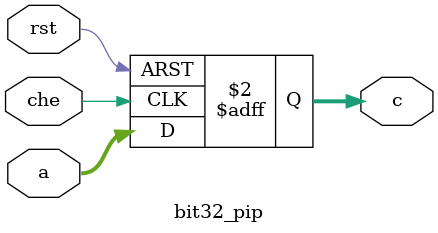
<source format=v>
`timescale 1ns / 1ps



module bit32_pip(input wire [31:0] a,input wire che,output reg [31:0] c,input rst);

always @(posedge che or posedge rst)
    if(rst)begin
        c<=0;
    end
    else if(che)
    begin
        c<=a;
    end
endmodule

</source>
